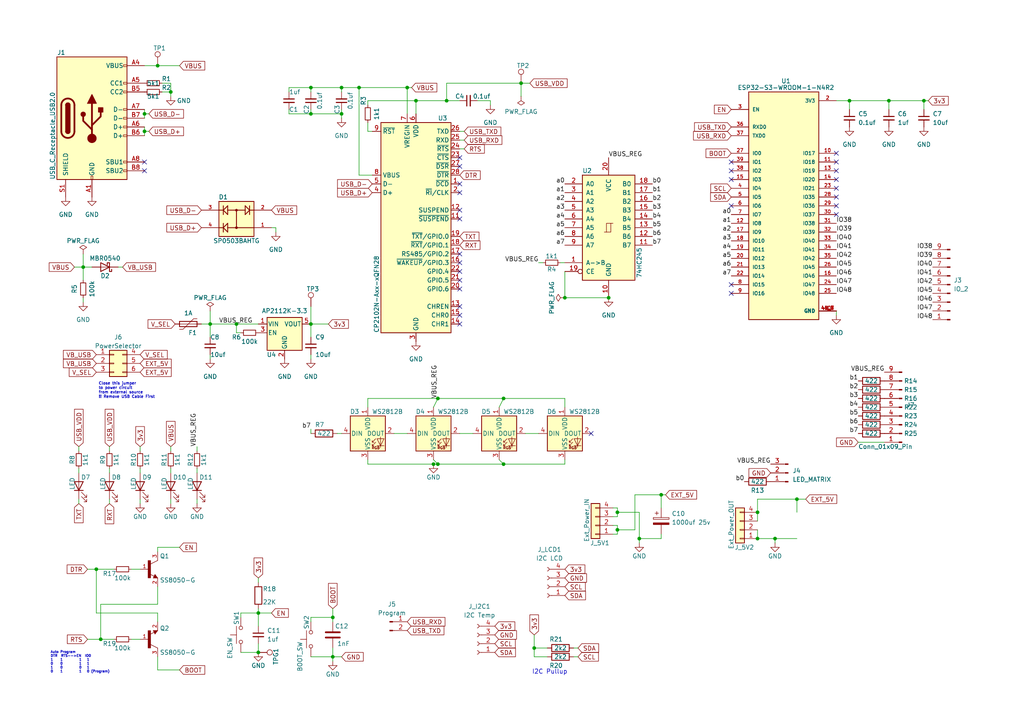
<source format=kicad_sch>
(kicad_sch (version 20230121) (generator eeschema)
  (paper "A4")
  (junction (at 219.71 156.21))
  (junction (at 96.52 179.07))
  (junction (at 219.71 148.59))
  (junction (at 99.06 25.4))
  (junction (at 129.54 29.21))
  (junction (at 96.52 190.5))
  (junction (at 41.91 38.1))
  (junction (at 185.42 156.21))
  (junction (at 120.65 29.21))
  (junction (at 104.14 25.4))
  (junction (at 125.73 134.62))
  (junction (at 118.11 25.4))
  (junction (at 231.14 144.78))
  (junction (at 99.06 33.02))
  (junction (at 154.94 187.96))
  (junction (at 246.38 29.21))
  (junction (at 179.07 153.67))
  (junction (at 41.91 33.02))
  (junction (at 68.58 93.98))
  (junction (at 74.93 189.23))
  (junction (at 267.97 29.21))
  (junction (at 49.53 26.67))
  (junction (at 146.05 115.57))
  (junction (at 27.94 165.1))
  (junction (at 90.17 25.4))
  (junction (at 24.13 77.47))
  (junction (at 127 115.57))
  (junction (at 146.05 134.62))
  (junction (at 90.17 93.98))
  (junction (at 90.17 33.02))
  (junction (at 45.72 19.05))
  (junction (at 151.13 24.13))
  (junction (at 60.96 93.98))
  (junction (at 29.21 185.42))
  (junction (at 176.53 86.36))
  (junction (at 191.77 143.51))
  (junction (at 257.81 29.21))
  (junction (at 179.07 148.59))
  (junction (at 74.93 177.8))
  (junction (at 224.79 156.21))
  (junction (at 127 134.62))
  (junction (at 163.83 86.36))
  (no_connect (at 133.35 83.82))
  (no_connect (at 41.91 49.53))
  (no_connect (at 212.09 49.53))
  (no_connect (at 242.57 52.07))
  (no_connect (at 133.35 55.88))
  (no_connect (at 242.57 62.23))
  (no_connect (at 212.09 52.07))
  (no_connect (at 212.09 82.55))
  (no_connect (at 242.57 54.61))
  (no_connect (at 242.57 46.99))
  (no_connect (at 133.35 93.98))
  (no_connect (at 242.57 49.53))
  (no_connect (at 133.35 48.26))
  (no_connect (at 242.57 59.69))
  (no_connect (at 242.57 44.45))
  (no_connect (at 133.35 53.34))
  (no_connect (at 133.35 60.96))
  (no_connect (at 133.35 63.5))
  (no_connect (at 212.09 46.99))
  (no_connect (at 171.45 125.73))
  (no_connect (at 242.57 57.15))
  (no_connect (at 133.35 81.28))
  (no_connect (at 212.09 85.09))
  (no_connect (at 133.35 88.9))
  (no_connect (at 133.35 73.66))
  (no_connect (at 212.09 59.69))
  (no_connect (at 133.35 45.72))
  (no_connect (at 133.35 78.74))
  (no_connect (at 41.91 46.99))
  (no_connect (at 133.35 76.2))
  (no_connect (at 133.35 91.44))
  (wire (pts (xy 185.42 148.59) (xy 185.42 156.21)))
  (wire (pts (xy 60.96 97.79) (xy 60.96 93.98)))
  (wire (pts (xy 74.93 186.69) (xy 74.93 189.23)))
  (wire (pts (xy 257.81 29.21) (xy 267.97 29.21)))
  (wire (pts (xy 90.17 97.79) (xy 90.17 93.98)))
  (wire (pts (xy 49.53 27.94) (xy 49.53 26.67)))
  (wire (pts (xy 133.35 38.1) (xy 134.62 38.1)))
  (wire (pts (xy 31.75 144.78) (xy 31.75 146.05)))
  (wire (pts (xy 248.92 128.27) (xy 256.54 128.27)))
  (wire (pts (xy 90.17 104.14) (xy 90.17 102.87)))
  (wire (pts (xy 163.83 115.57) (xy 163.83 118.11)))
  (wire (pts (xy 219.71 156.21) (xy 224.79 156.21)))
  (wire (pts (xy 60.96 90.17) (xy 60.96 93.98)))
  (wire (pts (xy 69.85 177.8) (xy 74.93 177.8)))
  (wire (pts (xy 154.94 190.5) (xy 154.94 187.96)))
  (wire (pts (xy 49.53 26.67) (xy 46.99 26.67)))
  (wire (pts (xy 257.81 29.21) (xy 257.81 31.75)))
  (wire (pts (xy 24.13 87.63) (xy 24.13 86.36)))
  (wire (pts (xy 58.42 93.98) (xy 60.96 93.98)))
  (wire (pts (xy 104.14 25.4) (xy 99.06 25.4)))
  (wire (pts (xy 69.85 179.07) (xy 69.85 177.8)))
  (wire (pts (xy 90.17 179.07) (xy 96.52 179.07)))
  (wire (pts (xy 120.65 29.21) (xy 129.54 29.21)))
  (wire (pts (xy 90.17 180.34) (xy 90.17 179.07)))
  (wire (pts (xy 96.52 176.53) (xy 96.52 179.07)))
  (wire (pts (xy 29.21 175.26) (xy 29.21 185.42)))
  (wire (pts (xy 219.71 153.67) (xy 219.71 156.21)))
  (wire (pts (xy 127 115.57) (xy 146.05 115.57)))
  (wire (pts (xy 106.68 115.57) (xy 127 115.57)))
  (wire (pts (xy 45.72 158.75) (xy 52.07 158.75)))
  (wire (pts (xy 231.14 144.78) (xy 233.68 144.78)))
  (wire (pts (xy 104.14 25.4) (xy 104.14 50.8)))
  (wire (pts (xy 106.68 38.1) (xy 106.68 35.56)))
  (wire (pts (xy 22.86 135.89) (xy 22.86 137.16)))
  (wire (pts (xy 191.77 143.51) (xy 191.77 147.32)))
  (wire (pts (xy 99.06 33.02) (xy 90.17 33.02)))
  (wire (pts (xy 184.15 153.67) (xy 184.15 143.51)))
  (wire (pts (xy 49.53 144.78) (xy 49.53 146.05)))
  (wire (pts (xy 74.93 177.8) (xy 74.93 181.61)))
  (wire (pts (xy 224.79 156.21) (xy 224.79 157.48)))
  (wire (pts (xy 83.82 33.02) (xy 90.17 33.02)))
  (wire (pts (xy 99.06 33.02) (xy 99.06 34.29)))
  (wire (pts (xy 104.14 25.4) (xy 118.11 25.4)))
  (wire (pts (xy 246.38 29.21) (xy 246.38 31.75)))
  (wire (pts (xy 118.11 25.4) (xy 119.38 25.4)))
  (wire (pts (xy 68.58 93.98) (xy 68.58 96.52)))
  (wire (pts (xy 163.83 78.74) (xy 163.83 86.36)))
  (wire (pts (xy 57.15 129.54) (xy 57.15 130.81)))
  (wire (pts (xy 151.13 24.13) (xy 129.54 24.13)))
  (wire (pts (xy 31.75 129.54) (xy 31.75 130.81)))
  (wire (pts (xy 45.72 160.02) (xy 45.72 158.75)))
  (wire (pts (xy 219.71 144.78) (xy 219.71 148.59)))
  (wire (pts (xy 24.13 77.47) (xy 24.13 81.28)))
  (wire (pts (xy 24.13 73.66) (xy 24.13 77.47)))
  (wire (pts (xy 146.05 115.57) (xy 144.78 118.11)))
  (wire (pts (xy 41.91 33.02) (xy 43.18 33.02)))
  (wire (pts (xy 156.21 76.2) (xy 157.48 76.2)))
  (wire (pts (xy 57.15 135.89) (xy 57.15 137.16)))
  (wire (pts (xy 40.64 144.78) (xy 40.64 146.05)))
  (wire (pts (xy 60.96 93.98) (xy 68.58 93.98)))
  (wire (pts (xy 231.14 148.59) (xy 231.14 144.78)))
  (wire (pts (xy 153.67 24.13) (xy 151.13 24.13)))
  (wire (pts (xy 179.07 149.86) (xy 177.8 149.86)))
  (wire (pts (xy 40.64 135.89) (xy 40.64 137.16)))
  (wire (pts (xy 96.52 190.5) (xy 99.06 190.5)))
  (wire (pts (xy 179.07 147.32) (xy 179.07 148.59)))
  (wire (pts (xy 83.82 25.4) (xy 83.82 26.67)))
  (wire (pts (xy 179.07 154.94) (xy 177.8 154.94)))
  (wire (pts (xy 74.93 167.64) (xy 74.93 168.91)))
  (wire (pts (xy 125.73 133.35) (xy 127 134.62)))
  (wire (pts (xy 90.17 190.5) (xy 96.52 190.5)))
  (wire (pts (xy 80.01 66.04) (xy 80.01 67.31)))
  (wire (pts (xy 29.21 185.42) (xy 33.02 185.42)))
  (wire (pts (xy 179.07 152.4) (xy 179.07 153.67)))
  (wire (pts (xy 99.06 25.4) (xy 99.06 26.67)))
  (wire (pts (xy 219.71 148.59) (xy 219.71 151.13)))
  (wire (pts (xy 158.75 190.5) (xy 154.94 190.5)))
  (wire (pts (xy 114.3 125.73) (xy 118.11 125.73)))
  (wire (pts (xy 191.77 143.51) (xy 193.04 143.51)))
  (wire (pts (xy 146.05 134.62) (xy 163.83 134.62)))
  (wire (pts (xy 96.52 187.96) (xy 96.52 190.5)))
  (wire (pts (xy 60.96 104.14) (xy 60.96 102.87)))
  (wire (pts (xy 179.07 153.67) (xy 184.15 153.67)))
  (wire (pts (xy 99.06 125.73) (xy 97.79 125.73)))
  (wire (pts (xy 74.93 176.53) (xy 74.93 177.8)))
  (wire (pts (xy 49.53 24.13) (xy 49.53 26.67)))
  (wire (pts (xy 104.14 50.8) (xy 107.95 50.8)))
  (wire (pts (xy 120.65 33.02) (xy 120.65 29.21)))
  (wire (pts (xy 99.06 31.75) (xy 99.06 33.02)))
  (wire (pts (xy 146.05 115.57) (xy 163.83 115.57)))
  (wire (pts (xy 22.86 144.78) (xy 22.86 146.05)))
  (wire (pts (xy 90.17 93.98) (xy 95.25 93.98)))
  (wire (pts (xy 45.72 175.26) (xy 29.21 175.26)))
  (wire (pts (xy 151.13 24.13) (xy 151.13 27.94)))
  (wire (pts (xy 96.52 179.07) (xy 96.52 180.34)))
  (wire (pts (xy 267.97 29.21) (xy 267.97 31.75)))
  (wire (pts (xy 246.38 29.21) (xy 257.81 29.21)))
  (wire (pts (xy 38.1 165.1) (xy 40.64 165.1)))
  (wire (pts (xy 69.85 189.23) (xy 74.93 189.23)))
  (wire (pts (xy 90.17 88.9) (xy 90.17 93.98)))
  (wire (pts (xy 41.91 36.83) (xy 41.91 38.1)))
  (wire (pts (xy 162.56 76.2) (xy 163.83 76.2)))
  (wire (pts (xy 74.93 177.8) (xy 78.74 177.8)))
  (wire (pts (xy 177.8 147.32) (xy 179.07 147.32)))
  (wire (pts (xy 154.94 187.96) (xy 158.75 187.96)))
  (wire (pts (xy 231.14 156.21) (xy 224.79 156.21)))
  (wire (pts (xy 106.68 29.21) (xy 106.68 30.48)))
  (wire (pts (xy 25.4 165.1) (xy 27.94 165.1)))
  (wire (pts (xy 41.91 38.1) (xy 41.91 39.37)))
  (wire (pts (xy 45.72 190.5) (xy 45.72 194.31)))
  (wire (pts (xy 69.85 96.52) (xy 68.58 96.52)))
  (wire (pts (xy 179.07 148.59) (xy 179.07 149.86)))
  (wire (pts (xy 118.11 25.4) (xy 118.11 33.02)))
  (wire (pts (xy 106.68 133.35) (xy 106.68 134.62)))
  (wire (pts (xy 27.94 165.1) (xy 33.02 165.1)))
  (wire (pts (xy 127 134.62) (xy 146.05 134.62)))
  (wire (pts (xy 133.35 40.64) (xy 134.62 40.64)))
  (wire (pts (xy 138.43 29.21) (xy 142.24 29.21)))
  (wire (pts (xy 45.72 19.05) (xy 41.91 19.05)))
  (wire (pts (xy 179.07 153.67) (xy 179.07 154.94)))
  (wire (pts (xy 21.59 77.47) (xy 24.13 77.47)))
  (wire (pts (xy 185.42 156.21) (xy 185.42 157.48)))
  (wire (pts (xy 57.15 144.78) (xy 57.15 146.05)))
  (wire (pts (xy 90.17 33.02) (xy 90.17 31.75)))
  (wire (pts (xy 96.52 190.5) (xy 96.52 191.77)))
  (wire (pts (xy 41.91 31.75) (xy 41.91 33.02)))
  (wire (pts (xy 144.78 133.35) (xy 146.05 134.62)))
  (wire (pts (xy 142.24 30.48) (xy 142.24 29.21)))
  (wire (pts (xy 38.1 185.42) (xy 40.64 185.42)))
  (wire (pts (xy 179.07 152.4) (xy 177.8 152.4)))
  (wire (pts (xy 179.07 148.59) (xy 185.42 148.59)))
  (wire (pts (xy 152.4 125.73) (xy 156.21 125.73)))
  (wire (pts (xy 191.77 156.21) (xy 185.42 156.21)))
  (wire (pts (xy 120.65 29.21) (xy 106.68 29.21)))
  (wire (pts (xy 219.71 144.78) (xy 231.14 144.78)))
  (wire (pts (xy 163.83 134.62) (xy 163.83 133.35)))
  (wire (pts (xy 49.53 129.54) (xy 49.53 130.81)))
  (wire (pts (xy 242.57 90.17) (xy 242.57 91.44)))
  (wire (pts (xy 45.72 177.8) (xy 27.94 177.8)))
  (wire (pts (xy 90.17 25.4) (xy 90.17 26.67)))
  (wire (pts (xy 166.37 190.5) (xy 167.64 190.5)))
  (wire (pts (xy 129.54 29.21) (xy 133.35 29.21)))
  (wire (pts (xy 106.68 118.11) (xy 106.68 115.57)))
  (wire (pts (xy 45.72 177.8) (xy 45.72 180.34)))
  (wire (pts (xy 163.83 86.36) (xy 176.53 86.36)))
  (wire (pts (xy 41.91 38.1) (xy 43.18 38.1)))
  (wire (pts (xy 125.73 134.62) (xy 127 134.62)))
  (wire (pts (xy 184.15 143.51) (xy 191.77 143.51)))
  (wire (pts (xy 45.72 194.31) (xy 52.07 194.31)))
  (wire (pts (xy 242.57 29.21) (xy 246.38 29.21)))
  (wire (pts (xy 26.67 77.47) (xy 24.13 77.47)))
  (wire (pts (xy 41.91 33.02) (xy 41.91 34.29)))
  (wire (pts (xy 106.68 134.62) (xy 125.73 134.62)))
  (wire (pts (xy 90.17 25.4) (xy 99.06 25.4)))
  (wire (pts (xy 68.58 93.98) (xy 74.93 93.98)))
  (wire (pts (xy 83.82 31.75) (xy 83.82 33.02)))
  (wire (pts (xy 78.74 66.04) (xy 80.01 66.04)))
  (wire (pts (xy 27.94 165.1) (xy 27.94 177.8)))
  (wire (pts (xy 22.86 129.54) (xy 22.86 130.81)))
  (wire (pts (xy 83.82 25.4) (xy 90.17 25.4)))
  (wire (pts (xy 107.95 38.1) (xy 106.68 38.1)))
  (wire (pts (xy 166.37 187.96) (xy 167.64 187.96)))
  (wire (pts (xy 127 115.57) (xy 125.73 118.11)))
  (wire (pts (xy 191.77 156.21) (xy 191.77 154.94)))
  (wire (pts (xy 90.17 125.73) (xy 90.17 124.46)))
  (wire (pts (xy 25.4 185.42) (xy 29.21 185.42)))
  (wire (pts (xy 133.35 125.73) (xy 137.16 125.73)))
  (wire (pts (xy 154.94 184.15) (xy 154.94 187.96)))
  (wire (pts (xy 45.72 170.18) (xy 45.72 175.26)))
  (wire (pts (xy 267.97 29.21) (xy 269.24 29.21)))
  (wire (pts (xy 31.75 135.89) (xy 31.75 137.16)))
  (wire (pts (xy 129.54 24.13) (xy 129.54 29.21)))
  (wire (pts (xy 40.64 129.54) (xy 40.64 130.81)))
  (wire (pts (xy 49.53 135.89) (xy 49.53 137.16)))
  (wire (pts (xy 46.99 24.13) (xy 49.53 24.13)))
  (wire (pts (xy 52.07 19.05) (xy 45.72 19.05)))
  (wire (pts (xy 134.62 43.18) (xy 133.35 43.18)))
  (wire (pts (xy 35.56 77.47) (xy 34.29 77.47)))
  (text "Close this jumper\nto power circuit \nfrom external source\n!! Remove USB Cable First" (at 28.575 115.697 0) (effects (font (size 0.8 0.8)) (justify left bottom)))
  (text "Auto Program\nDTR  RTS-->EN  IO0\n1    1         1   1\n0    0         1   1\n1    0         0   1\n0    1         1   0 (Program) " (at 14.605 195.326 0) (effects (font (size 0.7 0.7)) (justify left bottom)))
  (text "I2C Pullup" (at 154.305 195.707 0) (effects (font (size 1.27 1.27)) (justify left bottom)))
  (label "a4" (at 212.09 72.39 180))
  (label "b3" (at 248.92 115.57 180))
  (label "IO48" (at 270.51 92.71 180))
  (label "a6" (at 163.83 68.58 180))
  (label "b4" (at 248.92 118.11 180))
  (label "a3" (at 212.09 69.85 180))
  (label "b4" (at 189.23 63.5 0))
  (label "IO45" (at 270.51 85.09 180))
  (label "IO38" (at 270.51 72.39 180))
  (label "IO45" (at 242.57 77.47 0))
  (label "b5" (at 248.92 120.65 180))
  (label "IO41" (at 242.57 72.39 0))
  (label "IO40" (at 270.51 77.47 180))
  (label "a0" (at 212.09 62.23 180))
  (label "IO41" (at 270.51 80.01 180))
  (label "b5" (at 189.23 66.04 0))
  (label "a1" (at 163.83 55.88 180))
  (label "VBUS_REG" (at 57.15 129.54 90))
  (label "VBUS_REG" (at 256.54 107.95 180))
  (label "VBUS_REG" (at 63.5 93.98 0))
  (label "IO46" (at 242.57 80.01 0))
  (label "VBUS_REG" (at 127 115.57 90))
  (label "IO38" (at 242.57 64.77 0))
  (label "a0" (at 163.83 53.34 180))
  (label "VBUS_REG" (at 156.21 76.2 180))
  (label "b6" (at 248.92 123.19 180))
  (label "b1" (at 189.23 55.88 0))
  (label "IO39" (at 242.57 67.31 0))
  (label "a7" (at 163.83 71.12 180))
  (label "b7" (at 189.23 71.12 0))
  (label "IO48" (at 242.57 85.09 0))
  (label "IO42" (at 242.57 74.93 0))
  (label "IO47" (at 242.57 82.55 0))
  (label "IO40" (at 242.57 69.85 0))
  (label "a5" (at 212.09 74.93 180))
  (label "IO46" (at 270.51 87.63 180))
  (label "IO47" (at 270.51 90.17 180))
  (label "a6" (at 212.09 77.47 180))
  (label "VBUS_REG" (at 176.53 45.72 0))
  (label "a7" (at 212.09 80.01 180))
  (label "b6" (at 189.23 68.58 0))
  (label "a2" (at 212.09 67.31 180))
  (label "IO39" (at 270.51 74.93 180))
  (label "b3" (at 189.23 60.96 0))
  (label "b7" (at 248.92 125.73 180))
  (label "a2" (at 163.83 58.42 180))
  (label "a4" (at 163.83 63.5 180))
  (label "VBUS_REG" (at 223.52 134.62 180))
  (label "IO42" (at 270.51 82.55 180))
  (label "a3" (at 163.83 60.96 180))
  (label "a1" (at 212.09 64.77 180))
  (label "b1" (at 248.92 110.49 180))
  (label "a5" (at 163.83 66.04 180))
  (label "b2" (at 248.92 113.03 180))
  (label "b7" (at 90.17 124.46 180))
  (label "b0" (at 215.9 139.7 180))
  (label "b2" (at 189.23 58.42 0))
  (label "b0" (at 189.23 53.34 0))
  (global_label "EN" (shape input) (at 52.07 158.75 0) (property "Intersheetrefs" "${INTERSHEET_REFS}" (effects hide)))
  (global_label "USB_VDD" (shape input) (at 31.75 129.54 90) (property "Intersheetrefs" "${INTERSHEET_REFS}" (effects hide)))
  (global_label "BOOT" (shape input) (at 96.52 176.53 90) (property "Intersheetrefs" "${INTERSHEET_REFS}" (effects hide)))
  (global_label "USB_TXD" (shape input) (at 134.62 38.1 0) (property "Intersheetrefs" "${INTERSHEET_REFS}" (effects hide)))
  (global_label "3v3" (shape input) (at 143.51 181.61 0) (property "Intersheetrefs" "${INTERSHEET_REFS}" (effects hide)))
  (global_label "EXT_5V" (shape input) (at 40.64 105.41 0) (property "Intersheetrefs" "${INTERSHEET_REFS}" (effects hide)))
  (global_label "USB_RXD" (shape input) (at 134.62 40.64 0) (property "Intersheetrefs" "${INTERSHEET_REFS}" (effects hide)))
  (global_label "GND" (shape input) (at 99.06 190.5 0) (property "Intersheetrefs" "${INTERSHEET_REFS}" (effects hide)))
  (global_label "SDA" (shape input) (at 163.83 172.72 0) (property "Intersheetrefs" "${INTERSHEET_REFS}" (effects hide)))
  (global_label "TXT" (shape input) (at 22.86 146.05 270) (property "Intersheetrefs" "${INTERSHEET_REFS}" (effects hide)))
  (global_label "TXT" (shape input) (at 133.35 68.58 0) (property "Intersheetrefs" "${INTERSHEET_REFS}" (effects hide)))
  (global_label "SDA" (shape input) (at 167.64 187.96 0) (property "Intersheetrefs" "${INTERSHEET_REFS}" (effects hide)))
  (global_label "GND" (shape input) (at 143.51 184.15 0) (property "Intersheetrefs" "${INTERSHEET_REFS}" (effects hide)))
  (global_label "VBUS" (shape input) (at 119.38 25.4 0) (property "Intersheetrefs" "${INTERSHEET_REFS}" (effects hide)))
  (global_label "SCL" (shape input) (at 212.09 54.61 180) (property "Intersheetrefs" "${INTERSHEET_REFS}" (effects hide)))
  (global_label "SCL" (shape input) (at 143.51 186.69 0) (property "Intersheetrefs" "${INTERSHEET_REFS}" (effects hide)))
  (global_label "V_SEL" (shape input) (at 50.8 93.98 180) (property "Intersheetrefs" "${INTERSHEET_REFS}" (effects hide)))
  (global_label "3v3" (shape input) (at 163.83 165.1 0) (property "Intersheetrefs" "${INTERSHEET_REFS}" (effects hide)))
  (global_label "EN" (shape input) (at 78.74 177.8 0) (property "Intersheetrefs" "${INTERSHEET_REFS}" (effects hide)))
  (global_label "USB_D-" (shape input) (at 107.95 53.34 180) (property "Intersheetrefs" "${INTERSHEET_REFS}" (effects hide)))
  (global_label "USB_D-" (shape input) (at 43.18 33.02 0) (property "Intersheetrefs" "${INTERSHEET_REFS}" (effects hide)))
  (global_label "VB_USB" (shape input) (at 27.94 102.87 180) (property "Intersheetrefs" "${INTERSHEET_REFS}" (effects hide)))
  (global_label "VB_USB" (shape input) (at 27.94 105.41 180) (property "Intersheetrefs" "${INTERSHEET_REFS}" (effects hide)))
  (global_label "3v3" (shape input) (at 154.94 184.15 90) (property "Intersheetrefs" "${INTERSHEET_REFS}" (effects hide)))
  (global_label "BOOT" (shape input) (at 212.09 44.45 180) (property "Intersheetrefs" "${INTERSHEET_REFS}" (effects hide)))
  (global_label "GND" (shape input) (at 223.52 137.16 180) (property "Intersheetrefs" "${INTERSHEET_REFS}" (effects hide)))
  (global_label "RXT" (shape input) (at 31.75 146.05 270) (property "Intersheetrefs" "${INTERSHEET_REFS}" (effects hide)))
  (global_label "GND" (shape input) (at 163.83 167.64 0) (property "Intersheetrefs" "${INTERSHEET_REFS}" (effects hide)))
  (global_label "RTS" (shape input) (at 25.4 185.42 180) (property "Intersheetrefs" "${INTERSHEET_REFS}" (effects hide)))
  (global_label "USB_VDD" (shape input) (at 153.67 24.13 0) (property "Intersheetrefs" "${INTERSHEET_REFS}" (effects hide)))
  (global_label "USB_D+" (shape input) (at 58.42 66.04 180) (property "Intersheetrefs" "${INTERSHEET_REFS}" (effects hide)))
  (global_label "USB_RXD" (shape input) (at 212.09 39.37 180) (property "Intersheetrefs" "${INTERSHEET_REFS}" (effects hide)))
  (global_label "V_SEL" (shape input) (at 40.64 102.87 0) (property "Intersheetrefs" "${INTERSHEET_REFS}" (effects hide)))
  (global_label "3v3" (shape input) (at 74.93 167.64 90) (property "Intersheetrefs" "${INTERSHEET_REFS}" (effects hide)))
  (global_label "VBUS" (shape input) (at 21.59 77.47 180) (property "Intersheetrefs" "${INTERSHEET_REFS}" (effects hide)))
  (global_label "3v3" (shape input) (at 269.24 29.21 0) (property "Intersheetrefs" "${INTERSHEET_REFS}" (effects hide)))
  (global_label "SCL" (shape input) (at 163.83 170.18 0) (property "Intersheetrefs" "${INTERSHEET_REFS}" (effects hide)))
  (global_label "GND" (shape input) (at 248.92 128.27 180) (property "Intersheetrefs" "${INTERSHEET_REFS}" (effects hide)))
  (global_label "USB_D+" (shape input) (at 43.18 38.1 0) (property "Intersheetrefs" "${INTERSHEET_REFS}" (effects hide)))
  (global_label "USB_D-" (shape input) (at 58.42 60.96 180) (property "Intersheetrefs" "${INTERSHEET_REFS}" (effects hide)))
  (global_label "USB_D+" (shape input) (at 107.95 55.88 180) (property "Intersheetrefs" "${INTERSHEET_REFS}" (effects hide)))
  (global_label "DTR" (shape input) (at 133.35 50.8 0) (property "Intersheetrefs" "${INTERSHEET_REFS}" (effects hide)))
  (global_label "USB_TXD" (shape input) (at 118.11 182.88 0) (property "Intersheetrefs" "${INTERSHEET_REFS}" (effects hide)))
  (global_label "EXT_5V" (shape input) (at 40.64 107.95 0) (property "Intersheetrefs" "${INTERSHEET_REFS}" (effects hide)))
  (global_label "SCL" (shape input) (at 167.64 190.5 0) (property "Intersheetrefs" "${INTERSHEET_REFS}" (effects hide)))
  (global_label "USB_RXD" (shape input) (at 118.11 180.34 0) (property "Intersheetrefs" "${INTERSHEET_REFS}" (effects hide)))
  (global_label "VBUS" (shape input) (at 52.07 19.05 0) (property "Intersheetrefs" "${INTERSHEET_REFS}" (effects hide)))
  (global_label "3v3" (shape input) (at 40.64 129.54 90) (property "Intersheetrefs" "${INTERSHEET_REFS}" (effects hide)))
  (global_label "USB_VDD" (shape input) (at 22.86 129.54 90) (property "Intersheetrefs" "${INTERSHEET_REFS}" (effects hide)))
  (global_label "SDA" (shape input) (at 143.51 189.23 0) (property "Intersheetrefs" "${INTERSHEET_REFS}" (effects hide)))
  (global_label "VB_USB" (shape input) (at 35.56 77.47 0) (property "Intersheetrefs" "${INTERSHEET_REFS}" (effects hide)))
  (global_label "USB_TXD" (shape input) (at 212.09 36.83 180) (property "Intersheetrefs" "${INTERSHEET_REFS}" (effects hide)))
  (global_label "DTR" (shape input) (at 25.4 165.1 180) (property "Intersheetrefs" "${INTERSHEET_REFS}" (effects hide)))
  (global_label "VBUS" (shape input) (at 78.74 60.96 0) (property "Intersheetrefs" "${INTERSHEET_REFS}" (effects hide)))
  (global_label "3v3" (shape input) (at 95.25 93.98 0) (property "Intersheetrefs" "${INTERSHEET_REFS}" (effects hide)))
  (global_label "EXT_5V" (shape input) (at 233.68 144.78 0) (property "Intersheetrefs" "${INTERSHEET_REFS}" (effects hide)))
  (global_label "EXT_5V" (shape input) (at 193.04 143.51 0) (property "Intersheetrefs" "${INTERSHEET_REFS}" (effects hide)))
  (global_label "V_SEL" (shape input) (at 27.94 107.95 180) (property "Intersheetrefs" "${INTERSHEET_REFS}" (effects hide)))
  (global_label "SDA" (shape input) (at 212.09 57.15 180) (property "Intersheetrefs" "${INTERSHEET_REFS}" (effects hide)))
  (global_label "VBUS" (shape input) (at 49.53 129.54 90) (property "Intersheetrefs" "${INTERSHEET_REFS}" (effects hide)))
  (global_label "RTS" (shape input) (at 134.62 43.18 0) (property "Intersheetrefs" "${INTERSHEET_REFS}" (effects hide)))
  (global_label "EN" (shape input) (at 212.09 31.75 180) (property "Intersheetrefs" "${INTERSHEET_REFS}" (effects hide)))
  (global_label "RXT" (shape input) (at 133.35 71.12 0) (property "Intersheetrefs" "${INTERSHEET_REFS}" (effects hide)))
  (global_label "BOOT" (shape input) (at 52.07 194.31 0) (property "Intersheetrefs" "${INTERSHEET_REFS}" (effects hide)))
  (symbol (lib_id "power:GND") (at 99.06 34.29 0) (unit 1)
    (property "Reference" "#PWR03" (effects hide))
    (property "Value" "GND" (at 99.06 39.37 0))
  )
  (symbol (lib_id "Device:R") (at 162.56 190.5 90) (unit 1)
    (property "Reference" "R21" (at 161.29 185.42 90))
    (property "Value" "2k2" (at 162.56 190.5 90))
    (property "Footprint" "Resistor_SMD:R_0402_1005Metric" (effects hide))
    (property "LCSC" "C25879" (effects hide))
  )
  (symbol (lib_id "Connector:TestPoint") (at 45.72 19.05 0) (unit 1)
    (property "Reference" "TP1" (at 44.45 13.97 0) (effects (justify left)))
    (property "Value" "TestPoint" (effects hide))
    (property "Footprint" "TestPoint:TestPoint_THTPad_1.0x1.0mm_Drill0.5mm" (effects hide))
  )
  (symbol (lib_id "Device:R") (at 252.73 110.49 90) (unit 1)
    (property "Reference" "R14" (at 264.16 110.49 90))
    (property "Value" "422" (at 252.73 110.49 90))
    (property "Footprint" "Resistor_THT:R_Axial_DIN0204_L3.6mm_D1.6mm_P5.08mm_Horizontal" (effects hide))
  )
  (symbol (lib_id "power:GND") (at 90.17 104.14 0) (unit 1)
    (property "Reference" "#PWR016" (effects hide))
    (property "Value" "GND" (at 90.17 109.22 0))
  )
  (symbol (lib_id "ESP32-S3-WROOM-1-N4R2:ESP32-S3-WROOM-1-N4R2") (at 227.33 59.69 0) (unit 1)
    (property "Reference" "U1" (at 227.965 23.495 0))
    (property "Value" "ESP32-S3-WROOM-1-N4R2" (at 227.965 25.4 0))
    (property "Footprint" "ESP32-S3-WROOM-1-N4R2:XCVR_ESP32-S3-WROOM-1-N4R2" (effects hide))
    (property "STANDARD" "Manufacturer Recommendations" (effects hide))
    (property "MAXIMUM_PACKAGE_HEIGHT" "3.25mm" (effects hide))
    (property "MANUFACTURER" "Espressif" (effects hide))
    (property "PARTREV" "v1.0" (effects hide))
    (property "LCSC" "C2913203" (effects hide))
  )
  (symbol (lib_id "Connector:USB_C_Receptacle_USB2.0") (at 26.67 34.29 0) (unit 1)
    (property "Reference" "J1" (at 17.78 15.24 0))
    (property "Value" "USB_C_Receptacle_USB2.0" (at 15.24 39.37 90))
    (property "Footprint" "Connector_USB:USB_C_Receptacle_GCT_USB4105-xx-A_16P_TopMnt_Horizontal" (effects hide))
    (property "Datasheet" "https://www.usb.org/sites/default/files/documents/usb_type-c.zip" (effects hide))
    (property "LCSC" "C319148" (effects hide))
  )
  (symbol (lib_id "Device:C_Small") (at 90.17 100.33 0) (unit 1)
    (property "Reference" "C9" (at 91.44 97.79 0) (effects (justify left)))
    (property "Value" "10uf" (at 91.44 102.87 0) (effects (justify left)))
    (property "Footprint" "Capacitor_SMD:C_0402_1005Metric" (effects hide))
    (property "LCSC" "C76991" (effects hide))
  )
  (symbol (lib_id "power:GND") (at 24.13 87.63 0) (unit 1)
    (property "Reference" "#PWR011" (effects hide))
    (property "Value" "GND" (at 24.13 92.71 0))
  )
  (symbol (lib_id "power:GND") (at 267.97 36.83 0) (unit 1)
    (property "Reference" "#PWR06" (effects hide))
    (property "Value" "GND" (at 267.97 41.91 0))
  )
  (symbol (lib_id "Device:R_Small") (at 35.56 165.1 90) (unit 1)
    (property "Reference" "R17" (at 31.75 166.37 90))
    (property "Value" "100k" (at 35.56 167.64 90))
    (property "Footprint" "Resistor_SMD:R_0402_1005Metric" (effects hide))
    (property "LCSC" "C25741" (effects hide))
  )
  (symbol (lib_id "Device:R_Small") (at 35.56 185.42 90) (unit 1)
    (property "Reference" "R19" (at 31.75 186.69 90))
    (property "Value" "100k" (at 35.56 187.96 90))
    (property "Footprint" "Resistor_SMD:R_0402_1005Metric" (effects hide))
    (property "LCSC" "C25741" (effects hide))
  )
  (symbol (lib_id "power:GND") (at 49.53 27.94 0) (unit 1)
    (property "Reference" "#PWR01" (effects hide))
    (property "Value" "GND" (at 53.34 29.21 0))
  )
  (symbol (lib_id "Connector:Conn_01x04_Female") (at 158.75 170.18 180) (unit 1)
    (property "Reference" "J_LCD1" (at 159.385 159.385 0))
    (property "Value" "I2C LCD" (at 159.385 161.925 0))
    (property "Footprint" "Connector_PinHeader_2.54mm:PinHeader_1x04_P2.54mm_Vertical" (effects hide))
  )
  (symbol (lib_id "Device:R") (at 93.98 125.73 90) (unit 1)
    (property "Reference" "R7" (at 92.71 123.19 90))
    (property "Value" "422" (at 93.98 125.73 90))
    (property "Footprint" "Resistor_THT:R_Axial_DIN0204_L3.6mm_D1.6mm_P5.08mm_Horizontal" (effects hide))
  )
  (symbol (lib_id "Device:R") (at 252.73 123.19 90) (unit 1)
    (property "Reference" "R24" (at 264.16 123.19 90))
    (property "Value" "422" (at 252.73 123.19 90))
    (property "Footprint" "Resistor_THT:R_Axial_DIN0204_L3.6mm_D1.6mm_P5.08mm_Horizontal" (effects hide))
  )
  (symbol (lib_id "power:GND") (at 176.53 86.36 0) (unit 1)
    (property "Reference" "#PWR010" (effects hide))
    (property "Value" "GND" (at 176.53 91.44 0))
  )
  (symbol (lib_id "power:GND") (at 40.64 146.05 0) (unit 1)
    (property "Reference" "#PWR018" (effects hide))
    (property "Value" "GND" (at 40.64 149.86 0))
  )
  (symbol (lib_id "power:GND") (at 125.73 134.62 0) (unit 1)
    (property "Reference" "#PWR017" (effects hide))
    (property "Value" "GND" (at 125.73 138.43 0))
  )
  (symbol (lib_id "power:GND") (at 57.15 146.05 0) (unit 1)
    (property "Reference" "#PWR020" (effects hide))
    (property "Value" "GND" (at 57.15 149.86 0))
  )
  (symbol (lib_id "power:PWR_FLAG") (at 24.13 73.66 0) (unit 1)
    (property "Reference" "#FLG02" (effects hide))
    (property "Value" "PWR_FLAG" (at 24.13 69.85 0))
  )
  (symbol (lib_id "Regulator_Linear:AP2112K-3.3") (at 82.55 96.52 0) (unit 1)
    (property "Reference" "U4" (at 78.74 102.87 0))
    (property "Value" "AP2112K-3.3" (at 82.55 90.17 0))
    (property "Footprint" "Package_TO_SOT_SMD:SOT-23-5" (effects hide))
    (property "Datasheet" "https://www.diodes.com/assets/Datasheets/AP2112.pdf" (effects hide))
    (property "LCSC" "C3021085" (effects hide))
  )
  (symbol (lib_id "power:GND") (at 96.52 191.77 0) (unit 1)
    (property "Reference" "#PWR023" (effects hide))
    (property "Value" "GND" (at 96.52 195.58 0))
  )
  (symbol (lib_id "Device:R") (at 74.93 172.72 0) (unit 1)
    (property "Reference" "R18" (at 76.2 170.815 0) (effects (justify left)))
    (property "Value" "22K" (at 76.2 174.625 0) (effects (justify left)))
    (property "Footprint" "Resistor_SMD:R_0402_1005Metric" (effects hide))
    (property "LCSC" "C25768" (effects hide))
  )
  (symbol (lib_id "Connector_Generic:Conn_01x04") (at 172.72 152.4 180) (unit 1)
    (property "Reference" "J_5V1" (at 173.99 157.48 0))
    (property "Value" "Ext_Power_IN" (at 170.18 150.876 90))
    (property "Footprint" "Connector_JST:JST_EH_B4B-EH-A_1x04_P2.50mm_Vertical" (effects hide))
  )
  (symbol (lib_id "LED:WS2812B") (at 106.68 125.73 0) (unit 1)
    (property "Reference" "D3" (at 102.87 119.38 0))
    (property "Value" "WS2812B" (at 112.395 119.38 0))
    (property "Footprint" "LED_SMD:LED_WS2812B-2020_PLCC4_2.0x2.0mm" (effects hide))
    (property "Datasheet" "https://cdn-shop.adafruit.com/datasheets/WS2812B.pdf" (effects hide))
    (property "LCSC" "C2976072" (effects hide))
  )
  (symbol (lib_id "power:GND") (at 257.81 36.83 0) (unit 1)
    (property "Reference" "#PWR05" (effects hide))
    (property "Value" "GND" (at 257.81 41.91 0))
  )
  (symbol (lib_id "SS8050-G:SS8050-G") (at 43.18 185.42 0) (mirror x) (unit 1)
    (property "Reference" "Q2" (at 46.355 182.245 0) (effects (justify left)))
    (property "Value" "SS8050-G" (at 46.355 189.23 0) (effects (justify left)))
    (property "Footprint" "SS8050-G:TRANS_SS8050-G" (effects hide))
    (property "PARTREV" "A" (effects hide))
    (property "MAXIMUM_PACKAGE_HEIGHT" "1.05 mm" (effects hide))
    (property "STANDARD" "Manufacturer Recommendations" (effects hide))
    (property "MANUFACTURER" "Comchip" (effects hide))
    (property "LCSC" "C164885" (effects hide))
  )
  (symbol (lib_id "power:GND") (at 246.38 36.83 0) (unit 1)
    (property "Reference" "#PWR04" (effects hide))
    (property "Value" "GND" (at 246.38 41.91 0))
  )
  (symbol (lib_id "Switch:SW_Push") (at 69.85 184.15 90) (unit 1)
    (property "Reference" "SW1" (at 68.58 177.165 0) (effects (justify right)))
    (property "Value" "EN_SW" (at 66.675 184.785 0) (effects (justify right)))
    (property "Footprint" "Jumper:SolderJumper-2_P1.3mm_Open_Pad1.0x1.5mm" (effects hide))
  )
  (symbol (lib_id "Connector_Generic:Conn_01x04") (at 214.63 153.67 180) (unit 1)
    (property "Reference" "J_5V2" (at 215.9 158.75 0))
    (property "Value" "Ext_Power_OUT" (at 212.09 152.146 90))
    (property "Footprint" "Connector_JST:JST_EH_B4B-EH-A_1x04_P2.50mm_Vertical" (effects hide))
  )
  (symbol (lib_id "Device:C_Small") (at 99.06 29.21 180) (unit 1)
    (property "Reference" "C3" (at 97.79 31.75 90))
    (property "Value" "0.1uf" (at 101.6 29.21 90))
    (property "Footprint" "Capacitor_SMD:C_0402_1005Metric" (effects hide))
    (property "LCSC" "C56392" (effects hide))
  )
  (symbol (lib_id "power:GND") (at 120.65 99.06 0) (unit 1)
    (property "Reference" "#PWR013" (effects hide))
    (property "Value" "GND" (at 120.65 104.14 0))
  )
  (symbol (lib_id "Device:C_Small") (at 135.89 29.21 90) (unit 1)
    (property "Reference" "C4" (at 133.35 27.94 90))
    (property "Value" "0.1uf" (at 139.7 27.94 90))
    (property "Footprint" "Capacitor_SMD:C_0402_1005Metric" (effects hide))
    (property "LCSC" "C56392" (effects hide))
  )
  (symbol (lib_id "power:GND") (at 82.55 104.14 0) (unit 1)
    (property "Reference" "#PWR015" (effects hide))
    (property "Value" "GND" (at 82.55 109.22 0))
  )
  (symbol (lib_id "Device:R") (at 252.73 120.65 90) (unit 1)
    (property "Reference" "R23" (at 264.16 120.65 90))
    (property "Value" "422" (at 252.73 120.65 90))
    (property "Footprint" "Resistor_THT:R_Axial_DIN0204_L3.6mm_D1.6mm_P5.08mm_Horizontal" (effects hide))
  )
  (symbol (lib_id "power:PWR_FLAG") (at 163.83 86.36 90) (unit 1)
    (property "Reference" "#FLG0101" (effects hide))
    (property "Value" "PWR_FLAG" (at 160.02 86.36 0))
  )
  (symbol (lib_id "Connector_Generic:Conn_02x03_Top_Bottom") (at 33.02 105.41 0) (unit 1)
    (property "Reference" "J6" (at 34.29 97.79 0))
    (property "Value" "PowerSelector" (at 34.29 100.33 0))
    (property "Footprint" "Connector_PinHeader_2.54mm:PinHeader_2x03_P2.54mm_Vertical" (effects hide))
  )
  (symbol (lib_id "Device:LED") (at 49.53 140.97 90) (unit 1)
    (property "Reference" "D10" (at 50.165 138.43 90) (effects (justify right)))
    (property "Value" "LED" (at 47.625 138.43 0) (effects (justify right)))
    (property "Footprint" "LED_SMD:LED_0402_1005Metric" (effects hide))
    (property "LCSC" "C71911" (effects hide))
  )
  (symbol (lib_id "Connector:Conn_01x04_Female") (at 138.43 186.69 180) (unit 1)
    (property "Reference" "J_I2C1" (at 139.065 175.895 0))
    (property "Value" "I2C Temp" (at 139.065 178.435 0))
    (property "Footprint" "Connector_PinHeader_2.54mm:PinHeader_1x04_P2.54mm_Vertical" (effects hide))
  )
  (symbol (lib_id "SS8050-G:SS8050-G") (at 43.18 165.1 0) (unit 1)
    (property "Reference" "Q1" (at 46.355 161.29 0) (effects (justify left)))
    (property "Value" "SS8050-G" (at 46.355 168.275 0) (effects (justify left)))
    (property "Footprint" "SS8050-G:TRANS_SS8050-G" (effects hide))
    (property "PARTREV" "A" (effects hide))
    (property "MAXIMUM_PACKAGE_HEIGHT" "1.05 mm" (effects hide))
    (property "STANDARD" "Manufacturer Recommendations" (effects hide))
    (property "MANUFACTURER" "Comchip" (effects hide))
    (property "LCSC" "C164885" (effects hide))
  )
  (symbol (lib_id "Device:R") (at 162.56 187.96 90) (unit 1)
    (property "Reference" "R20" (at 161.29 193.04 90))
    (property "Value" "2k2" (at 162.56 187.96 90))
    (property "Footprint" "Resistor_SMD:R_0402_1005Metric" (effects hide))
    (property "LCSC" "C25879" (effects hide))
  )
  (symbol (lib_id "power:GND") (at 185.42 157.48 0) (unit 1)
    (property "Reference" "#PWR021" (effects hide))
    (property "Value" "GND" (at 185.42 161.29 0))
  )
  (symbol (lib_id "Connector:Conn_01x02_Male") (at 113.03 180.34 0) (unit 1)
    (property "Reference" "J5" (at 113.665 175.26 0))
    (property "Value" "Program" (at 113.665 177.8 0))
    (property "Footprint" "Connector_PinHeader_2.54mm:PinHeader_1x02_P2.54mm_Vertical" (effects hide))
  )
  (symbol (lib_id "Diode:MBR0540") (at 30.48 77.47 180) (unit 1)
    (property "Reference" "D2" (at 30.48 80.01 0))
    (property "Value" "MBR0540" (at 30.48 74.93 0))
    (property "Footprint" "Diode_SMD:D_SOD-123" (effects hide))
    (property "Datasheet" "http://www.mccsemi.com/up_pdf/MBR0520~MBR0580(SOD123).pdf" (effects hide))
    (property "LCSC" "C116159" (effects hide))
  )
  (symbol (lib_id "Device:R") (at 252.73 113.03 90) (unit 1)
    (property "Reference" "R15" (at 264.16 113.03 90))
    (property "Value" "422" (at 252.73 113.03 90))
    (property "Footprint" "Resistor_THT:R_Axial_DIN0204_L3.6mm_D1.6mm_P5.08mm_Horizontal" (effects hide))
  )
  (symbol (lib_id "power:PWR_FLAG") (at 60.96 90.17 0) (unit 1)
    (property "Reference" "#FLG03" (effects hide))
    (property "Value" "PWR_FLAG" (at 60.96 86.36 0))
  )
  (symbol (lib_id "Device:C_Polarized") (at 191.77 151.13 0) (unit 1)
    (property "Reference" "C10" (at 194.818 148.9709 0) (effects (justify left)))
    (property "Value" "1000uf 25v" (at 194.818 151.5109 0) (effects (justify left)))
    (property "Footprint" "Capacitor_THT:CP_Radial_D10.0mm_P5.00mm" (effects hide))
  )
  (symbol (lib_id "Device:LED") (at 40.64 140.97 90) (unit 1)
    (property "Reference" "D9" (at 41.275 138.43 90) (effects (justify right)))
    (property "Value" "LED" (at 38.735 138.43 0) (effects (justify right)))
    (property "Footprint" "LED_SMD:LED_0402_1005Metric" (effects hide))
    (property "LCSC" "C71911" (effects hide))
  )
  (symbol (lib_id "Device:R_Small") (at 44.45 24.13 90) (unit 1)
    (property "Reference" "R1" (at 48.26 22.86 90))
    (property "Value" "5k1" (at 44.45 24.13 90))
    (property "Footprint" "Resistor_SMD:R_0402_1005Metric" (effects hide))
    (property "LCSC" "C105872" (effects hide))
  )
  (symbol (lib_id "Device:R_Small") (at 44.45 26.67 90) (unit 1)
    (property "Reference" "R2" (at 48.26 25.4 90))
    (property "Value" "5k1" (at 44.45 27.94 90))
    (property "Footprint" "Resistor_SMD:R_0402_1005Metric" (effects hide))
    (property "LCSC" "C105872" (effects hide))
  )
  (symbol (lib_id "Connector:TestPoint") (at 90.17 88.9 0) (unit 1)
    (property "Reference" "TP3" (at 88.9 83.82 0) (effects (justify left)))
    (property "Value" "TestPoint" (effects hide))
    (property "Footprint" "TestPoint:TestPoint_THTPad_1.0x1.0mm_Drill0.5mm" (effects hide))
  )
  (symbol (lib_id "Device:R_Small") (at 40.64 133.35 180) (unit 1)
    (property "Reference" "R10" (at 38.735 133.35 90))
    (property "Value" "1k1" (at 42.545 133.35 90))
    (property "Footprint" "Resistor_SMD:R_0603_1608Metric" (effects hide))
    (property "LCSC" "C22764" (effects hide))
  )
  (symbol (lib_id "Device:C_Small") (at 90.17 29.21 180) (unit 1)
    (property "Reference" "C2" (at 88.9 31.75 90))
    (property "Value" "0.1uf" (at 92.71 29.21 90))
    (property "Footprint" "Capacitor_SMD:C_0402_1005Metric" (effects hide))
    (property "LCSC" "C56392" (effects hide))
  )
  (symbol (lib_id "Device:LED") (at 22.86 140.97 90) (unit 1)
    (property "Reference" "D7" (at 23.495 138.43 90) (effects (justify right)))
    (property "Value" "LED" (at 20.955 138.43 0) (effects (justify right)))
    (property "Footprint" "LED_SMD:LED_0402_1005Metric" (effects hide))
    (property "LCSC" "C71911" (effects hide))
  )
  (symbol (lib_id "Device:C_Small") (at 74.93 184.15 0) (unit 1)
    (property "Reference" "C11" (at 77.47 182.8862 0) (effects (justify left)))
    (property "Value" "1uf" (at 77.47 185.4262 0) (effects (justify left)))
    (property "Footprint" "Capacitor_SMD:C_0402_1005Metric" (effects hide))
    (property "LCSC" "C14445" (effects hide))
  )
  (symbol (lib_id "Connector:Conn_01x03_Pin") (at 228.6 137.16 180) (unit 1)
    (property "Reference" "J4" (at 229.87 136.525 0) (effects (justify right)))
    (property "Value" "LED_MATRIX" (at 229.87 139.065 0) (effects (justify right)))
    (property "Footprint" "Connector_PinHeader_2.54mm:PinHeader_1x03_P2.54mm_Vertical" (effects hide))
  )
  (symbol (lib_id "Device:C") (at 96.52 184.15 0) (unit 1)
    (property "Reference" "C12" (at 97.155 181.61 0) (effects (justify left)))
    (property "Value" "1nF" (at 97.79 186.69 0) (effects (justify left)))
    (property "Footprint" "Capacitor_SMD:C_0402_1005Metric" (effects hide))
    (property "LCSC" "C1523" (effects hide))
  )
  (symbol (lib_id "LED:WS2812B") (at 125.73 125.73 0) (unit 1)
    (property "Reference" "D4" (at 121.92 119.38 0))
    (property "Value" "WS2812B" (at 131.445 119.38 0))
    (property "Footprint" "LED_SMD:LED_WS2812B-2020_PLCC4_2.0x2.0mm" (effects hide))
    (property "Datasheet" "https://cdn-shop.adafruit.com/datasheets/WS2812B.pdf" (effects hide))
    (property "LCSC" "C2976072" (effects hide))
  )
  (symbol (lib_id "power:GND") (at 242.57 91.44 0) (unit 1)
    (property "Reference" "#PWR012" (effects hide))
    (property "Value" "GND" (at 242.57 96.52 0))
  )
  (symbol (lib_id "Switch:SW_Push") (at 90.17 185.42 90) (unit 1)
    (property "Reference" "SW2" (at 88.9 178.435 0) (effects (justify right)))
    (property "Value" "BOOT_SW" (at 86.995 186.055 0) (effects (justify right)))
    (property "Footprint" "Jumper:SolderJumper-2_P1.3mm_Open_Pad1.0x1.5mm" (effects hide))
  )
  (symbol (lib_id "power:GND") (at 80.01 67.31 0) (unit 1)
    (property "Reference" "#PWR09" (effects hide))
    (property "Value" "GND" (at 80.01 72.39 0))
  )
  (symbol (lib_id "Connector:TestPoint") (at 74.93 189.23 270) (unit 1)
    (property "Reference" "TPG1" (at 80.01 187.96 0) (effects (justify left)))
    (property "Value" "TestPoint" (effects hide))
    (property "Footprint" "TestPoint:TestPoint_THTPad_1.0x1.0mm_Drill0.5mm" (effects hide))
  )
  (symbol (lib_id "Device:R_Small") (at 24.13 83.82 180) (unit 1)
    (property "Reference" "R5" (at 21.59 83.82 90))
    (property "Value" "100k" (at 26.67 83.82 90))
    (property "Footprint" "Resistor_SMD:R_0603_1608Metric" (effects hide))
    (property "LCSC" "C319969" (effects hide))
  )
  (symbol (lib_id "Device:R_Small") (at 160.02 76.2 270) (unit 1)
    (property "Reference" "R4" (at 160.02 78.105 90))
    (property "Value" "1k1" (at 160.02 74.295 90))
    (property "Footprint" "Resistor_SMD:R_0603_1608Metric" (effects hide))
    (property "LCSC" "C22764" (effects hide))
  )
  (symbol (lib_id "Device:R_Small") (at 22.86 133.35 180) (unit 1)
    (property "Reference" "R8" (at 20.955 133.35 90))
    (property "Value" "1k1" (at 24.765 133.35 90))
    (property "Footprint" "Resistor_SMD:R_0603_1608Metric" (effects hide))
    (property "LCSC" "C22764" (effects hide))
  )
  (symbol (lib_id "Device:C_Small") (at 60.96 100.33 0) (unit 1)
    (property "Reference" "C8" (at 60.96 97.79 0) (effects (justify left)))
    (property "Value" "10uf" (at 60.96 102.87 0) (effects (justify left)))
    (property "Footprint" "Capacitor_SMD:C_0402_1005Metric" (effects hide))
    (property "LCSC" "C76991" (effects hide))
  )
  (symbol (lib_id "Device:C_Small") (at 246.38 34.29 0) (unit 1)
    (property "Reference" "C5" (at 248.92 33.0262 0) (effects (justify left)))
    (property "Value" "0.1uf" (at 248.92 35.5662 0) (effects (justify left)))
    (property "Footprint" "Capacitor_SMD:C_0402_1005Metric" (effects hide))
    (property "LCSC" "C56392" (effects hide))
  )
  (symbol (lib_id "Device:R_Small") (at 106.68 33.02 180) (unit 1)
    (property "Reference" "R3" (at 105.41 29.21 90))
    (property "Value" "1k1" (at 109.22 33.02 90))
    (property "Footprint" "Resistor_SMD:R_0603_1608Metric" (effects hide))
    (property "LCSC" "C22764" (effects hide))
  )
  (symbol (lib_id "Device:C_Small") (at 83.82 29.21 0) (unit 1)
    (property "Reference" "C1" (at 83.82 31.75 0) (effects (justify left)))
    (property "Value" "1uf" (at 83.82 26.67 0) (effects (justify left)))
    (property "Footprint" "Capacitor_SMD:C_0402_1005Metric" (effects hide))
    (property "LCSC" "C14445" (effects hide))
  )
  (symbol (lib_id "power:PWR_FLAG") (at 151.13 27.94 180) (unit 1)
    (property "Reference" "#FLG01" (effects hide))
    (property "Value" "PWR_FLAG" (at 151.13 32.385 0))
  )
  (symbol (lib_id "LED:WS2812B") (at 144.78 125.73 0) (unit 1)
    (property "Reference" "D5" (at 140.97 119.38 0))
    (property "Value" "WS2812B" (at 150.495 119.38 0))
    (property "Footprint" "LED_SMD:LED_WS2812B-2020_PLCC4_2.0x2.0mm" (effects hide))
    (property "Datasheet" "https://cdn-shop.adafruit.com/datasheets/WS2812B.pdf" (effects hide))
    (property "LCSC" "C2976072" (effects hide))
  )
  (symbol (lib_id "Connector:TestPoint") (at 151.13 24.13 0) (unit 1)
    (property "Reference" "TP2" (at 149.86 19.05 0) (effects (justify left)))
    (property "Value" "TestPoint" (effects hide))
    (property "Footprint" "TestPoint:TestPoint_THTPad_1.0x1.0mm_Drill0.5mm" (effects hide))
  )
  (symbol (lib_id "power:GND") (at 19.05 57.15 0) (unit 1)
    (property "Reference" "#PWR07" (effects hide))
    (property "Value" "GND" (at 19.05 62.23 0))
  )
  (symbol (lib_id "power:GND") (at 74.93 189.23 0) (unit 1)
    (property "Reference" "#PWR022" (effects hide))
    (property "Value" "GND" (at 74.93 193.04 0))
  )
  (symbol (lib_id "power:GND") (at 49.53 146.05 0) (unit 1)
    (property "Reference" "#PWR019" (effects hide))
    (property "Value" "GND" (at 49.53 149.86 0))
  )
  (symbol (lib_id "power:GND") (at 142.24 30.48 0) (unit 1)
    (property "Reference" "#PWR02" (effects hide))
    (property "Value" "GND" (at 142.24 35.56 0))
  )
  (symbol (lib_id "Device:R_Small") (at 49.53 133.35 180) (unit 1)
    (property "Reference" "R11" (at 47.625 133.35 90))
    (property "Value" "1k1" (at 51.435 133.35 90))
    (property "Footprint" "Resistor_SMD:R_0603_1608Metric" (effects hide))
    (property "LCSC" "C22764" (effects hide))
  )
  (symbol (lib_id "Device:R") (at 219.71 139.7 90) (unit 1)
    (property "Reference" "R13" (at 219.71 142.24 90))
    (property "Value" "422" (at 219.71 139.7 90))
    (property "Footprint" "R_Axial_DIN0204_L3.6mm_D1.6mm_P5.08mm_Horizontal" (effects hide))
  )
  (symbol (lib_id "Interface_USB:CP2102N-Axx-xQFN28") (at 120.65 66.04 0) (unit 1)
    (property "Reference" "U3" (at 127 34.29 0) (effects (justify left)))
    (property "Value" "CP2102N-Axx-xQFN28" (at 109.22 96.52 90) (effects (justify left)))
    (property "Footprint" "Package_DFN_QFN:QFN-28-1EP_5x5mm_P0.5mm_EP3.35x3.35mm" (effects hide))
    (property "Datasheet" "https://www.silabs.com/documents/public/data-sheets/cp2102n-datasheet.pdf" (effects hide))
    (property "LCSC" "C6568" (effects hide))
  )
  (symbol (lib_id "Connector:Conn_01x09_Male") (at 275.59 82.55 180) (unit 1)
    (property "Reference" "J3" (at 276.606 81.2799 0) (effects (justify right)))
    (property "Value" "IO_2" (at 276.606 83.8199 0) (effects (justify right)))
    (property "Footprint" "Connector_PinHeader_1.27mm:PinHeader_1x09_P1.27mm_Vertical" (effects hide))
  )
  (symbol (lib_id "Device:Polyfuse") (at 54.61 93.98 90) (unit 1)
    (property "Reference" "F1" (at 55.88 96.52 90))
    (property "Value" "1A" (at 54.61 90.805 90))
    (property "Footprint" "Capacitor_THT:C_Disc_D5.0mm_W2.5mm_P2.50mm" (effects hide))
  )
  (symbol (lib_id "Device:LED") (at 57.15 140.97 90) (unit 1)
    (property "Reference" "D11" (at 57.785 138.43 90) (effects (justify right)))
    (property "Value" "LED" (at 55.245 138.43 0) (effects (justify right)))
    (property "Footprint" "LED_SMD:LED_0402_1005Metric" (effects hide))
    (property "LCSC" "C71911" (effects hide))
  )
  (symbol (lib_id "Device:R_Small") (at 57.15 133.35 180) (unit 1)
    (property "Reference" "R12" (at 55.245 133.35 90))
    (property "Value" "1k1" (at 59.055 133.35 90))
    (property "Footprint" "Resistor_SMD:R_0603_1608Metric" (effects hide))
    (property "LCSC" "C22764" (effects hide))
  )
  (symbol (lib_id "SP0503BAHTG:SP0503BAHTG") (at 68.58 63.5 180) (unit 1)
    (property "Reference" "D1" (at 64.77 57.15 0))
    (property "Value" "SP0503BAHTG" (at 68.58 69.85 0))
    (property "Footprint" "SOT143" (effects hide))
    (property "PACKAGE" "SOT-143 Littelfuse" (effects hide))
    (property "MF" "Littelfuse" (effects hide))
    (property "PARTREV" "N/A" (effects hide))
    (property "PRICE" "0.46 USD" (effects hide))
    (property "MP" "SP0503BAHTG" (effects hide))
    (property "DESCRIPTION" "TVS DIODE 5.5VWM 8.5VC SOT143" (effects hide))
    (property "AVAILABILITY" "Good" (effects hide))
    (property "STANDARD" "IPC-7351B" (effects hide))
    (property "LCSC" "C3029025" (effects hide))
  )
  (symbol (lib_id "power:GND") (at 26.67 57.15 0) (unit 1)
    (property "Reference" "#PWR08" (effects hide))
    (property "Value" "GND" (at 26.67 62.23 0))
  )
  (symbol (lib_id "power:GND") (at 60.96 104.14 0) (unit 1)
    (property "Reference" "#PWR014" (effects hide))
    (property "Value" "GND" (at 60.96 109.22 0))
  )
  (symbol (lib_id "power:GND") (at 224.79 157.48 0) (unit 1)
    (property "Reference" "#PWR024" (effects hide))
    (property "Value" "GND" (at 224.79 161.29 0))
  )
  (symbol (lib_id "Device:C_Small") (at 257.81 34.29 0) (unit 1)
    (property "Reference" "C6" (at 260.35 33.0262 0) (effects (justify left)))
    (property "Value" "1uf" (at 260.35 35.5662 0) (effects (justify left)))
    (property "Footprint" "Capacitor_SMD:C_0402_1005Metric" (effects hide))
    (property "LCSC" "C14445" (effects hide))
  )
  (symbol (lib_id "Device:R_Small") (at 31.75 133.35 180) (unit 1)
    (property "Reference" "R9" (at 29.845 133.35 90))
    (property "Value" "1k1" (at 33.655 133.35 90))
    (property "Footprint" "Resistor_SMD:R_0603_1608Metric" (effects hide))
    (property "LCSC" "C22764" (effects hide))
  )
  (symbol (lib_id "74xx:74HC245") (at 176.53 66.04 0) (unit 1)
    (property "Reference" "U2" (at 168.91 49.53 0) (effects (justify left)))
    (property "Value" "74HC245" (at 185.42 80.645 90) (effects (justify left)))
    (property "Footprint" "Package_SO:SOIC-20W_7.5x12.8mm_P1.27mm" (effects hide))
    (property "Datasheet" "http://www.ti.com/lit/gpn/sn74HC245" (effects hide))
    (property "LCSC" "C5625" (effects hide))
  )
  (symbol (lib_id "Device:LED") (at 31.75 140.97 90) (unit 1)
    (property "Reference" "D8" (at 32.385 138.43 90) (effects (justify right)))
    (property "Value" "LED" (at 29.845 138.43 0) (effects (justify right)))
    (property "Footprint" "LED_SMD:LED_0402_1005Metric" (effects hide))
    (property "LCSC" "C71911" (effects hide))
  )
  (symbol (lib_id "Device:R") (at 252.73 118.11 90) (unit 1)
    (property "Reference" "R22" (at 264.16 118.11 90))
    (property "Value" "422" (at 252.73 118.11 90))
    (property "Footprint" "Resistor_THT:R_Axial_DIN0204_L3.6mm_D1.6mm_P5.08mm_Horizontal" (effects hide))
  )
  (symbol (lib_id "Connector:Conn_01x09_Pin") (at 261.62 118.11 180) (unit 1)
    (property "Reference" "J7" (at 262.89 117.475 0) (effects (justify right)))
    (property "Value" "Conn_01x09_Pin" (at 248.92 129.54 0) (effects (justify right)))
    (property "Footprint" "Connector_PinHeader_2.54mm:PinHeader_1x09_P2.54mm_Vertical" (effects hide))
  )
  (symbol (lib_id "Device:R") (at 252.73 125.73 90) (unit 1)
    (property "Reference" "R25" (at 264.16 125.73 90))
    (property "Value" "422" (at 252.73 125.73 90))
    (property "Footprint" "Resistor_THT:R_Axial_DIN0204_L3.6mm_D1.6mm_P5.08mm_Horizontal" (effects hide))
  )
  (symbol (lib_id "Device:R") (at 252.73 115.57 90) (unit 1)
    (property "Reference" "R16" (at 264.16 115.57 90))
    (property "Value" "422" (at 252.73 115.57 90))
    (property "Footprint" "Resistor_THT:R_Axial_DIN0204_L3.6mm_D1.6mm_P5.08mm_Horizontal" (effects hide))
  )
  (symbol (lib_id "Device:R_Small") (at 72.39 96.52 90) (unit 1)
    (property "Reference" "R6" (at 68.58 97.79 90))
    (property "Value" "100k" (at 72.39 99.06 90))
    (property "Footprint" "Resistor_SMD:R_0603_1608Metric" (effects hide))
    (property "LCSC" "C319969" (effects hide))
  )
  (symbol (lib_id "LED:WS2812B") (at 163.83 125.73 0) (unit 1)
    (property "Reference" "D6" (at 160.02 119.38 0))
    (property "Value" "WS2812B" (at 169.545 119.38 0))
    (property "Footprint" "LED_SMD:LED_WS2812B-2020_PLCC4_2.0x2.0mm" (effects hide))
    (property "Datasheet" "https://cdn-shop.adafruit.com/datasheets/WS2812B.pdf" (effects hide))
    (property "LCSC" "C2976072" (effects hide))
  )
  (symbol (lib_id "Device:C_Small") (at 267.97 34.29 0) (unit 1)
    (property "Reference" "C7" (at 270.51 33.0262 0) (effects (justify left)))
    (property "Value" "10uf" (at 270.51 35.5662 0) (effects (justify left)))
    (property "Footprint" "Capacitor_SMD:C_0402_1005Metric" (effects hide))
    (property "LCSC" "C76991" (effects hide))
  )
)
</source>
